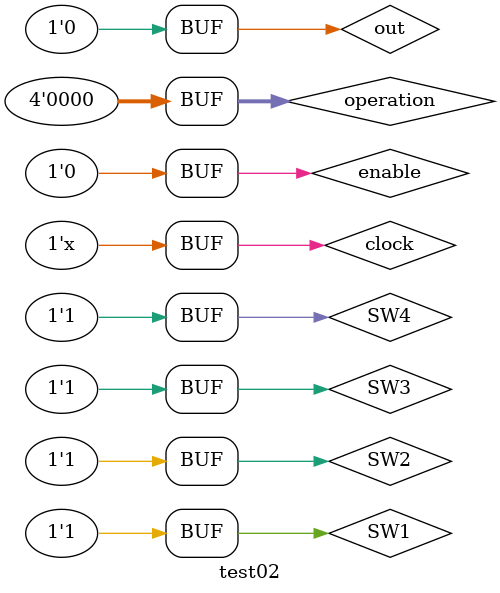
<source format=v>
`timescale 1ns / 1ps


module test02;

	// Inputs
	reg [0:0] SW1;
	reg [0:0] SW2;
	reg [0:0] SW3;
	reg [0:0] SW4;
	reg [0:0] clock;
	reg [3:0] operation;
	reg [0:0] enable;
	reg out;

	// Instantiate the Unit Under Test (UUT)
	CPU uut (
		.SW1(SW1), 
		.SW2(SW2), 
		.SW3(SW3), 
		.SW4(SW4), 
		.clock(clock), 
		.operation(operation), 
		.enable(enable), 
		.out(out)
	);

	initial begin
		// Initialize Inputs
		SW1 = 0;
		SW2 = 0;
		SW3 = 0;
		SW4 = 0;
		clock = 0;
		operation = 0;
		enable = 0;
		out = 0;

		// Wait 100 ns for global reset to finish
		#100;
		SW1 = 1;
		SW2 = 0;
		SW3 = 1;
		SW4 = 0;
		#100;
		SW1 = 1;
		SW2 = 1;
		SW3 = 1;
		SW4 = 1;
        
		// Add stimulus here

	end
	always @(*)
	begin
	#40;
	clock <= ~clock;
	end
      
endmodule


</source>
